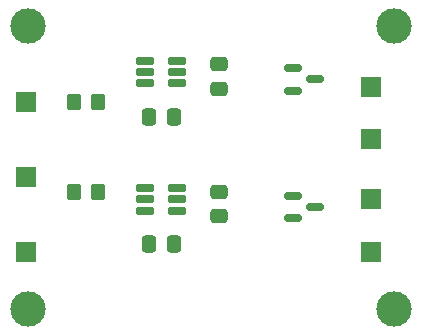
<source format=gts>
%TF.GenerationSoftware,KiCad,Pcbnew,9.0.4+dfsg-1*%
%TF.CreationDate,2025-09-29T14:47:51+02:00*%
%TF.ProjectId,CWSensorKey,43575365-6e73-46f7-924b-65792e6b6963,rev?*%
%TF.SameCoordinates,Original*%
%TF.FileFunction,Soldermask,Top*%
%TF.FilePolarity,Negative*%
%FSLAX46Y46*%
G04 Gerber Fmt 4.6, Leading zero omitted, Abs format (unit mm)*
G04 Created by KiCad (PCBNEW 9.0.4+dfsg-1) date 2025-09-29 14:47:51*
%MOMM*%
%LPD*%
G01*
G04 APERTURE LIST*
G04 Aperture macros list*
%AMRoundRect*
0 Rectangle with rounded corners*
0 $1 Rounding radius*
0 $2 $3 $4 $5 $6 $7 $8 $9 X,Y pos of 4 corners*
0 Add a 4 corners polygon primitive as box body*
4,1,4,$2,$3,$4,$5,$6,$7,$8,$9,$2,$3,0*
0 Add four circle primitives for the rounded corners*
1,1,$1+$1,$2,$3*
1,1,$1+$1,$4,$5*
1,1,$1+$1,$6,$7*
1,1,$1+$1,$8,$9*
0 Add four rect primitives between the rounded corners*
20,1,$1+$1,$2,$3,$4,$5,0*
20,1,$1+$1,$4,$5,$6,$7,0*
20,1,$1+$1,$6,$7,$8,$9,0*
20,1,$1+$1,$8,$9,$2,$3,0*%
G04 Aperture macros list end*
%ADD10RoundRect,0.250000X0.475000X-0.337500X0.475000X0.337500X-0.475000X0.337500X-0.475000X-0.337500X0*%
%ADD11RoundRect,0.250000X-0.337500X-0.475000X0.337500X-0.475000X0.337500X0.475000X-0.337500X0.475000X0*%
%ADD12RoundRect,0.162500X-0.617500X-0.162500X0.617500X-0.162500X0.617500X0.162500X-0.617500X0.162500X0*%
%ADD13C,3.000000*%
%ADD14RoundRect,0.150000X-0.587500X-0.150000X0.587500X-0.150000X0.587500X0.150000X-0.587500X0.150000X0*%
%ADD15RoundRect,0.250000X-0.350000X-0.450000X0.350000X-0.450000X0.350000X0.450000X-0.350000X0.450000X0*%
%ADD16R,1.700000X1.700000*%
G04 APERTURE END LIST*
D10*
%TO.C,C1*%
X159152500Y-90340000D03*
X159152500Y-88265000D03*
%TD*%
D11*
%TO.C,C2*%
X153267500Y-92710000D03*
X155342500Y-92710000D03*
%TD*%
D10*
%TO.C,C3*%
X159152500Y-101135000D03*
X159152500Y-99060000D03*
%TD*%
D11*
%TO.C,C4*%
X153267500Y-103505000D03*
X155342500Y-103505000D03*
%TD*%
D12*
%TO.C,U1*%
X152955000Y-87950000D03*
X152955000Y-88900000D03*
X152955000Y-89850000D03*
X155655000Y-89850000D03*
X155655000Y-88900000D03*
X155655000Y-87950000D03*
%TD*%
%TO.C,U2*%
X152955000Y-98745000D03*
X152955000Y-99695000D03*
X152955000Y-100645000D03*
X155655000Y-100645000D03*
X155655000Y-99695000D03*
X155655000Y-98745000D03*
%TD*%
D13*
%TO.C,H1*%
X143000000Y-85000000D03*
%TD*%
%TO.C,H2*%
X143000000Y-109000000D03*
%TD*%
%TO.C,H3*%
X174000000Y-85000000D03*
%TD*%
%TO.C,H4*%
X174000000Y-109000000D03*
%TD*%
D14*
%TO.C,Q1*%
X165432500Y-88585000D03*
X165432500Y-90485000D03*
X167307500Y-89535000D03*
%TD*%
D15*
%TO.C,R1*%
X146955000Y-91440000D03*
X148955000Y-91440000D03*
%TD*%
%TO.C,R2*%
X146955000Y-99060000D03*
X148955000Y-99060000D03*
%TD*%
D16*
%TO.C,J4*%
X142875000Y-91440000D03*
%TD*%
%TO.C,J2*%
X172085000Y-94615000D03*
%TD*%
%TO.C,J3*%
X172085000Y-99695000D03*
%TD*%
D14*
%TO.C,Q2*%
X165432500Y-99380000D03*
X165432500Y-101280000D03*
X167307500Y-100330000D03*
%TD*%
D16*
%TO.C,J7*%
X142875000Y-104140000D03*
%TD*%
%TO.C,J6*%
X172085000Y-104140000D03*
%TD*%
%TO.C,J1*%
X172085000Y-90170000D03*
%TD*%
%TO.C,J5*%
X142875000Y-97790000D03*
%TD*%
M02*

</source>
